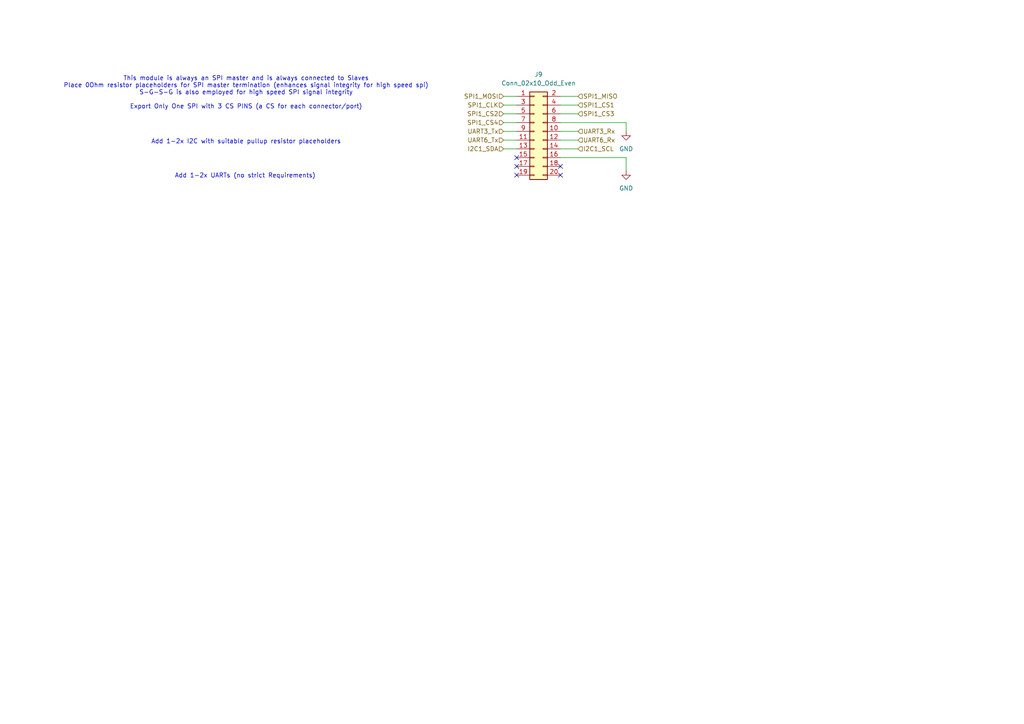
<source format=kicad_sch>
(kicad_sch (version 20250114) (generator "eeschema") (generator_version "9.0")
  (paper "A4")
  (lib_symbols
    (symbol "Connector_Generic:Conn_02x10_Odd_Even" (pin_names (offset 1.016) (hide yes))
      (property "Reference" "J" (at 1.27 12.7 0))
      (property "Value" "Conn_02x10_Odd_Even" (at 1.27 -15.24 0))
      (symbol "Conn_02x10_Odd_Even_1_1"
        (rectangle (start -1.27 11.43) (end 3.81 -13.97) (stroke (width 0.254)) (fill (type background)))
        (rectangle (start -1.27 10.287) (end 0 10.033) (stroke (width 0.1524)))
        (rectangle (start -1.27 7.747) (end 0 7.493) (stroke (width 0.1524)))
        (rectangle (start -1.27 5.207) (end 0 4.953) (stroke (width 0.1524)))
        (rectangle (start -1.27 2.667) (end 0 2.413) (stroke (width 0.1524)))
        (rectangle (start -1.27 0.127) (end 0 -0.127) (stroke (width 0.1524)))
        (rectangle (start -1.27 -2.413) (end 0 -2.667) (stroke (width 0.1524)))
        (rectangle (start -1.27 -4.953) (end 0 -5.207) (stroke (width 0.1524)))
        (rectangle (start -1.27 -7.493) (end 0 -7.747) (stroke (width 0.1524)))
        (rectangle (start -1.27 -10.033) (end 0 -10.287) (stroke (width 0.1524)))
        (rectangle (start -1.27 -12.573) (end 0 -12.827) (stroke (width 0.1524)))
        (rectangle (start 3.81 10.287) (end 2.54 10.033) (stroke (width 0.1524)))
        (rectangle (start 3.81 7.747) (end 2.54 7.493) (stroke (width 0.1524)))
        (rectangle (start 3.81 5.207) (end 2.54 4.953) (stroke (width 0.1524)))
        (rectangle (start 3.81 2.667) (end 2.54 2.413) (stroke (width 0.1524)))
        (rectangle (start 3.81 0.127) (end 2.54 -0.127) (stroke (width 0.1524)))
        (rectangle (start 3.81 -2.413) (end 2.54 -2.667) (stroke (width 0.1524)))
        (rectangle (start 3.81 -4.953) (end 2.54 -5.207) (stroke (width 0.1524)))
        (rectangle (start 3.81 -7.493) (end 2.54 -7.747) (stroke (width 0.1524)))
        (rectangle (start 3.81 -10.033) (end 2.54 -10.287) (stroke (width 0.1524)))
        (rectangle (start 3.81 -12.573) (end 2.54 -12.827) (stroke (width 0.1524)))
        (pin passive line (at -5.08 10.16 0) (length 3.81) (name "Pin_1") (number "1"))
        (pin passive line (at -5.08 7.62 0) (length 3.81) (name "Pin_3") (number "3"))
        (pin passive line (at -5.08 5.08 0) (length 3.81) (name "Pin_5") (number "5"))
        (pin passive line (at -5.08 2.54 0) (length 3.81) (name "Pin_7") (number "7"))
        (pin passive line (at -5.08 0 0) (length 3.81) (name "Pin_9") (number "9"))
        (pin passive line (at -5.08 -2.54 0) (length 3.81) (name "Pin_11") (number "11"))
        (pin passive line (at -5.08 -5.08 0) (length 3.81) (name "Pin_13") (number "13"))
        (pin passive line (at -5.08 -7.62 0) (length 3.81) (name "Pin_15") (number "15"))
        (pin passive line (at -5.08 -10.16 0) (length 3.81) (name "Pin_17") (number "17"))
        (pin passive line (at -5.08 -12.7 0) (length 3.81) (name "Pin_19") (number "19"))
        (pin passive line (at 7.62 10.16 180) (length 3.81) (name "Pin_2") (number "2"))
        (pin passive line (at 7.62 7.62 180) (length 3.81) (name "Pin_4") (number "4"))
        (pin passive line (at 7.62 5.08 180) (length 3.81) (name "Pin_6") (number "6"))
        (pin passive line (at 7.62 2.54 180) (length 3.81) (name "Pin_8") (number "8"))
        (pin passive line (at 7.62 0 180) (length 3.81) (name "Pin_10") (number "10"))
        (pin passive line (at 7.62 -2.54 180) (length 3.81) (name "Pin_12") (number "12"))
        (pin passive line (at 7.62 -5.08 180) (length 3.81) (name "Pin_14") (number "14"))
        (pin passive line (at 7.62 -7.62 180) (length 3.81) (name "Pin_16") (number "16"))
        (pin passive line (at 7.62 -10.16 180) (length 3.81) (name "Pin_18") (number "18"))
        (pin passive line (at 7.62 -12.7 180) (length 3.81) (name "Pin_20") (number "20"))
      )
    )
    (symbol "power:GND" (power) (pin_numbers (hide yes)) (pin_names (offset 0) (hide yes))
      (property "Value" "GND" (at 0 -3.81 0))
      (symbol "GND_0_1"
        (polyline (pts (xy 0 0) (xy 0 -1.27) (xy 1.27 -1.27) (xy 0 -2.54) (xy -1.27 -1.27) (xy 0 -1.27)))
      )
      (symbol "GND_1_1"
        (pin power_in line (at 0 0 270) (length 0) (name "~") (number "1"))
      )
    )
  )
  (text "Add 1-2x I2C with suitable pullup resistor placeholders\n" (at 71.374 41.148 0) (effects (font (size 1.27 1.27))))
  (text "Add 1-2x UARTs (no strict Requirements)\n" (at 71.12 51.054 0) (effects (font (size 1.27 1.27))))
  (text "This module is always an SPI master and is always connected to Slaves\nPlace 0Ohm resistor placeholders for SPI master termination (enhances signal integrity for high speed spi)\nS-G-S-G is also employed for high speed SPI signal integrity\n\nExport Only One SPI with 3 CS PINS (a CS for each connector/port)" (at 71.374 26.924 0) (effects (font (size 1.27 1.27))))
  (no_connect (at 149.86 45.72))
  (no_connect (at 162.56 50.8))
  (no_connect (at 162.56 48.26))
  (no_connect (at 149.86 50.8))
  (no_connect (at 149.86 48.26))
  (wire (pts (xy 146.05 38.1) (xy 149.86 38.1)))
  (wire (pts (xy 181.61 38.1) (xy 181.61 35.56)))
  (wire (pts (xy 146.05 35.56) (xy 149.86 35.56)))
  (wire (pts (xy 162.56 38.1) (xy 167.64 38.1)))
  (wire (pts (xy 146.05 27.94) (xy 149.86 27.94)))
  (wire (pts (xy 146.05 43.18) (xy 149.86 43.18)))
  (wire (pts (xy 162.56 43.18) (xy 167.64 43.18)))
  (wire (pts (xy 146.05 33.02) (xy 149.86 33.02)))
  (wire (pts (xy 146.05 40.64) (xy 149.86 40.64)))
  (wire (pts (xy 146.05 30.48) (xy 149.86 30.48)))
  (wire (pts (xy 181.61 45.72) (xy 181.61 49.53)))
  (wire (pts (xy 162.56 45.72) (xy 181.61 45.72)))
  (wire (pts (xy 162.56 33.02) (xy 167.64 33.02)))
  (wire (pts (xy 167.64 27.94) (xy 162.56 27.94)))
  (wire (pts (xy 162.56 40.64) (xy 167.64 40.64)))
  (wire (pts (xy 167.64 30.48) (xy 162.56 30.48)))
  (wire (pts (xy 181.61 35.56) (xy 162.56 35.56)))
  (hierarchical_label "UART6_Rx" (shape input) (at 167.64 40.64 0))
  (hierarchical_label "SPI1_CLK" (shape input) (at 146.05 30.48 180))
  (hierarchical_label "I2C1_SCL" (shape input) (at 167.64 43.18 0))
  (hierarchical_label "SPI1_MISO" (shape input) (at 167.64 27.94 0))
  (hierarchical_label "UART3_Rx" (shape input) (at 167.64 38.1 0))
  (hierarchical_label "UART3_Tx" (shape input) (at 146.05 38.1 180))
  (hierarchical_label "SPI1_CS1" (shape input) (at 167.64 30.48 0))
  (hierarchical_label "UART6_Tx" (shape input) (at 146.05 40.64 180))
  (hierarchical_label "SPI1_CS2" (shape input) (at 146.05 33.02 180))
  (hierarchical_label "I2C1_SDA" (shape input) (at 146.05 43.18 180))
  (hierarchical_label "SPI1_MOSI" (shape input) (at 146.05 27.94 180))
  (hierarchical_label "SPI1_CS3" (shape input) (at 167.64 33.02 0))
  (hierarchical_label "SPI1_CS4" (shape input) (at 146.05 35.56 180))
  (symbol (lib_id "power:GND") (at 181.61 38.1 0) (unit 1)
    (property "Reference" "#PWR024" (effects (hide yes)))
    (property "Value" "GND" (at 181.61 43.18 0))
    (property "Description" "Power symbol creates a global label with name \"GND\" , ground" (effects (hide yes)))
  )
  (symbol (lib_id "Connector_Generic:Conn_02x10_Odd_Even") (at 154.94 38.1 0) (unit 1)
    (property "Reference" "J9" (at 156.21 21.59 0))
    (property "Value" "Conn_02x10_Odd_Even" (at 156.21 24.13 0))
    (property "Footprint" "Connector_IDC:IDC-Header_2x10_P2.54mm_Vertical" (effects (hide yes)))
    (property "Description" "Generic connector, double row, 02x10, odd/even pin numbering scheme (row 1 odd numbers, row 2 even numbers), script generated (kicad-library-utils/schlib/autogen/connector/)" (effects (hide yes)))
  )
  (symbol (lib_id "power:GND") (at 181.61 49.53 0) (unit 1)
    (property "Reference" "#PWR087" (effects (hide yes)))
    (property "Value" "GND" (at 181.61 54.61 0))
    (property "Description" "Power symbol creates a global label with name \"GND\" , ground" (effects (hide yes)))
  )
)
</source>
